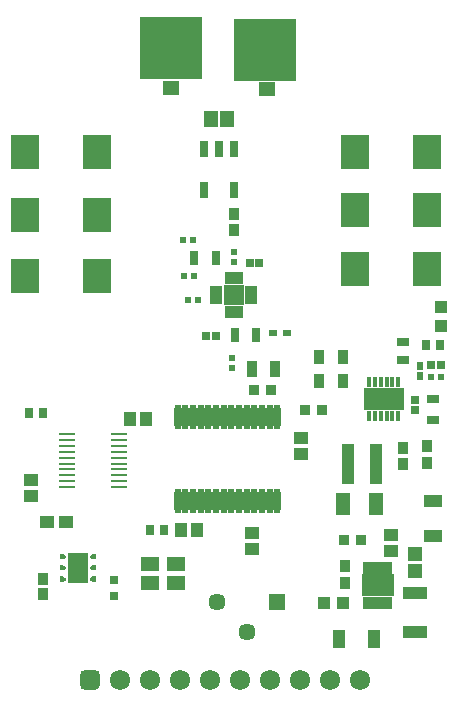
<source format=gts>
G04*
G04 #@! TF.GenerationSoftware,Altium Limited,Altium Designer,23.8.1 (32)*
G04*
G04 Layer_Color=8388736*
%FSLAX25Y25*%
%MOIN*%
G70*
G04*
G04 #@! TF.SameCoordinates,A9E98482-AA81-4C70-AF81-B552D0338214*
G04*
G04*
G04 #@! TF.FilePolarity,Negative*
G04*
G01*
G75*
%ADD18R,0.02985X0.03197*%
%ADD19R,0.03681X0.03788*%
%ADD20R,0.03740X0.05709*%
%ADD23R,0.02953X0.03543*%
%ADD25C,0.01595*%
%ADD26R,0.06890X0.09843*%
%ADD28R,0.05600X0.01100*%
%ADD31R,0.04469X0.04182*%
%ADD32R,0.03591X0.04453*%
%ADD33R,0.02756X0.02756*%
%ADD34R,0.08071X0.04331*%
%ADD35R,0.03765X0.04749*%
%ADD36R,0.09449X0.11417*%
%ADD42R,0.02500X0.02402*%
%ADD43R,0.03773X0.03961*%
%ADD46R,0.03937X0.02953*%
%ADD47R,0.04560X0.03985*%
%ADD48R,0.05339X0.04545*%
%ADD49R,0.03150X0.04724*%
%ADD50R,0.04545X0.05339*%
%ADD51R,0.02992X0.05512*%
%ADD52R,0.03858X0.13386*%
%ADD54R,0.02254X0.02423*%
%ADD55R,0.02423X0.02254*%
%ADD57R,0.04134X0.06299*%
%ADD58R,0.06299X0.04134*%
%ADD60R,0.04134X0.03150*%
%ADD61R,0.02047X0.02047*%
%ADD62R,0.02254X0.02517*%
%ADD65R,0.03950X0.03950*%
%ADD66R,0.04147X0.04737*%
%ADD67R,0.04737X0.04147*%
%ADD68O,0.02572X0.08280*%
%ADD69R,0.06312X0.04737*%
%ADD70R,0.13792X0.07493*%
%ADD71R,0.01784X0.03556*%
%ADD72R,0.06509X0.06509*%
%ADD73R,0.04147X0.01981*%
%ADD74R,0.01981X0.04147*%
%ADD75R,0.01981X0.03950*%
%ADD76R,0.10839X0.07690*%
%ADD77R,0.02965X0.02965*%
%ADD78R,0.02965X0.02965*%
%ADD79R,0.03005X0.02847*%
%ADD80R,0.04540X0.04147*%
%ADD81R,0.04934X0.04540*%
%ADD82R,0.04540X0.07493*%
%ADD83R,0.20800X0.20800*%
%ADD84R,0.05721X0.05721*%
%ADD85C,0.05721*%
%ADD86C,0.06784*%
G04:AMPARAMS|DCode=87|XSize=67.84mil|YSize=67.84mil|CornerRadius=18.96mil|HoleSize=0mil|Usage=FLASHONLY|Rotation=0.000|XOffset=0mil|YOffset=0mil|HoleType=Round|Shape=RoundedRectangle|*
%AMROUNDEDRECTD87*
21,1,0.06784,0.02992,0,0,0.0*
21,1,0.02992,0.06784,0,0,0.0*
1,1,0.03792,0.01496,-0.01496*
1,1,0.03792,-0.01496,-0.01496*
1,1,0.03792,-0.01496,0.01496*
1,1,0.03792,0.01496,0.01496*
%
%ADD87ROUNDEDRECTD87*%
%ADD88C,0.02769*%
G36*
X279600Y270771D02*
X279849Y270521D01*
X279984Y270196D01*
Y270020D01*
Y269844D01*
X279849Y269518D01*
X279600Y269269D01*
X279275Y269134D01*
X279098D01*
Y269134D01*
X278016D01*
Y270905D01*
X279275D01*
X279600Y270771D01*
D02*
G37*
G36*
Y274511D02*
X279849Y274262D01*
X279984Y273936D01*
Y273760D01*
Y273584D01*
X279849Y273258D01*
X279600Y273009D01*
X279275Y272874D01*
X278016D01*
Y274646D01*
X279275D01*
X279600Y274511D01*
D02*
G37*
G36*
Y278251D02*
X279849Y278002D01*
X279984Y277676D01*
Y277500D01*
Y277324D01*
X279849Y276998D01*
X279600Y276749D01*
X279275Y276614D01*
X278016D01*
Y278386D01*
X279098Y278386D01*
X279275D01*
X279600Y278251D01*
D02*
G37*
G36*
X290220Y269134D02*
X289138Y269134D01*
X288962D01*
X288636Y269269D01*
X288387Y269518D01*
X288252Y269844D01*
Y270020D01*
Y270196D01*
X288387Y270521D01*
X288636Y270771D01*
X288962Y270905D01*
X290220D01*
Y269134D01*
D02*
G37*
G36*
Y272874D02*
X288962D01*
X288636Y273009D01*
X288387Y273258D01*
X288252Y273584D01*
Y273760D01*
Y273936D01*
X288387Y274262D01*
X288636Y274511D01*
X288962Y274646D01*
X290220D01*
Y272874D01*
D02*
G37*
G36*
X289138Y278386D02*
X290220D01*
Y276614D01*
X288962D01*
X288636Y276749D01*
X288387Y276998D01*
X288252Y277324D01*
Y277500D01*
Y277676D01*
X288387Y278002D01*
X288636Y278251D01*
X288962Y278386D01*
X289138D01*
Y278386D01*
D02*
G37*
D18*
X404862Y348111D02*
D03*
X400122D02*
D03*
D19*
X359775Y326325D02*
D03*
X365408D02*
D03*
X342867Y333000D02*
D03*
X348500D02*
D03*
X372684Y283000D02*
D03*
X378316D02*
D03*
D20*
X349677Y340000D02*
D03*
X342000D02*
D03*
D23*
X308138Y286500D02*
D03*
X312862D02*
D03*
X272362Y325500D02*
D03*
X267638D02*
D03*
D25*
X289236Y270020D02*
D03*
X289321Y273760D02*
D03*
Y277500D02*
D03*
X279000D02*
D03*
X278916Y273760D02*
D03*
Y270020D02*
D03*
D26*
X284118Y273760D02*
D03*
D28*
X297650Y318358D02*
D03*
Y316390D02*
D03*
Y314421D02*
D03*
Y312453D02*
D03*
Y310484D02*
D03*
Y308516D02*
D03*
Y306547D02*
D03*
Y304579D02*
D03*
Y302610D02*
D03*
Y300642D02*
D03*
X280350D02*
D03*
Y302610D02*
D03*
Y304579D02*
D03*
Y306547D02*
D03*
Y308516D02*
D03*
Y310484D02*
D03*
Y312453D02*
D03*
Y314421D02*
D03*
Y316390D02*
D03*
Y318358D02*
D03*
D31*
X366080Y262000D02*
D03*
X372500D02*
D03*
D32*
X272500Y270000D02*
D03*
Y264956D02*
D03*
D33*
X296000Y264244D02*
D03*
Y269756D02*
D03*
D34*
X396500Y265500D02*
D03*
Y252508D02*
D03*
D35*
X364465Y336000D02*
D03*
X372535D02*
D03*
Y344000D02*
D03*
X364465D02*
D03*
D36*
X266492Y391500D02*
D03*
X290508D02*
D03*
X400508Y412500D02*
D03*
X376492D02*
D03*
X400508Y393000D02*
D03*
X376492D02*
D03*
X266492Y371000D02*
D03*
X290508D02*
D03*
X400508Y373500D02*
D03*
X376492D02*
D03*
X266492Y412500D02*
D03*
X290508D02*
D03*
D42*
X353850Y352000D02*
D03*
X349150D02*
D03*
D43*
X336000Y391760D02*
D03*
Y386240D02*
D03*
X373000Y268740D02*
D03*
Y274260D02*
D03*
X400579Y314323D02*
D03*
Y308803D02*
D03*
X392579Y308302D02*
D03*
Y313823D02*
D03*
D46*
X392500Y348953D02*
D03*
Y343047D02*
D03*
D47*
X273744Y289000D02*
D03*
X280256D02*
D03*
D48*
X315000Y433839D02*
D03*
Y439161D02*
D03*
X347000Y433339D02*
D03*
Y438661D02*
D03*
D49*
X343500Y351500D02*
D03*
X336413D02*
D03*
X322913Y377000D02*
D03*
X330000D02*
D03*
D50*
X333661Y423500D02*
D03*
X328339D02*
D03*
D51*
X326000Y399748D02*
D03*
X336000D02*
D03*
Y413252D02*
D03*
X331000D02*
D03*
X326000D02*
D03*
D52*
X383579Y308323D02*
D03*
X374248D02*
D03*
D54*
X336000Y379187D02*
D03*
Y375813D02*
D03*
X335500Y340313D02*
D03*
Y343687D02*
D03*
D55*
X322687Y371000D02*
D03*
X319313D02*
D03*
X324187Y363000D02*
D03*
X320813D02*
D03*
X322375Y383000D02*
D03*
X319000D02*
D03*
D57*
X371193Y250000D02*
D03*
X382807D02*
D03*
D58*
X402500Y296114D02*
D03*
Y284500D02*
D03*
D60*
Y330142D02*
D03*
Y322858D02*
D03*
D61*
X405000Y337500D02*
D03*
X401850D02*
D03*
D62*
X398079Y341103D02*
D03*
Y337823D02*
D03*
D65*
X405000Y360748D02*
D03*
Y354252D02*
D03*
D66*
X301343Y323500D02*
D03*
X306658D02*
D03*
X318342Y286500D02*
D03*
X323657D02*
D03*
D67*
X342000Y280185D02*
D03*
Y285500D02*
D03*
X358500Y311842D02*
D03*
Y317158D02*
D03*
X268500Y297843D02*
D03*
Y303157D02*
D03*
D68*
X317366Y296024D02*
D03*
X319925D02*
D03*
X322484D02*
D03*
X325043D02*
D03*
X327602D02*
D03*
X330161D02*
D03*
X332720D02*
D03*
X335279D02*
D03*
X337839D02*
D03*
X340398D02*
D03*
X342957D02*
D03*
X345516D02*
D03*
X348075D02*
D03*
X350634D02*
D03*
X317366Y323976D02*
D03*
X319925D02*
D03*
X322484D02*
D03*
X325043D02*
D03*
X327602D02*
D03*
X330161D02*
D03*
X332720D02*
D03*
X335279D02*
D03*
X337839D02*
D03*
X340398D02*
D03*
X342957D02*
D03*
X345516D02*
D03*
X348075D02*
D03*
X350634D02*
D03*
D69*
X308169Y268850D02*
D03*
X316831D02*
D03*
Y275150D02*
D03*
X308169D02*
D03*
D70*
X386000Y330031D02*
D03*
D71*
X390921Y335740D02*
D03*
X388953D02*
D03*
X386984D02*
D03*
X385016D02*
D03*
X383047D02*
D03*
X381079D02*
D03*
X390921Y324323D02*
D03*
X388953D02*
D03*
X386984D02*
D03*
X385016D02*
D03*
X383047D02*
D03*
X381079D02*
D03*
D72*
X336008Y364791D02*
D03*
D73*
X330299Y362784D02*
D03*
Y364791D02*
D03*
Y366799D02*
D03*
X341717D02*
D03*
Y364791D02*
D03*
Y362784D02*
D03*
D74*
X334000Y370500D02*
D03*
X336008D02*
D03*
X338016D02*
D03*
Y359083D02*
D03*
X336008D02*
D03*
X334000D02*
D03*
D75*
X387937Y273811D02*
D03*
X385968D02*
D03*
X384000D02*
D03*
X382031D02*
D03*
X380063D02*
D03*
Y262000D02*
D03*
X382031D02*
D03*
X384000D02*
D03*
X385968D02*
D03*
X387937D02*
D03*
D76*
X384000Y267905D02*
D03*
D77*
X405272Y341500D02*
D03*
X401728D02*
D03*
D78*
X396500Y329772D02*
D03*
Y326228D02*
D03*
D79*
X326965Y351000D02*
D03*
X330035D02*
D03*
X341500Y375500D02*
D03*
X344571D02*
D03*
D80*
X388500Y279500D02*
D03*
Y284815D02*
D03*
D81*
X396500Y272791D02*
D03*
Y278500D02*
D03*
D82*
X372488Y295000D02*
D03*
X383512D02*
D03*
D83*
X346500Y446500D02*
D03*
X315000Y447000D02*
D03*
D84*
X350500Y262500D02*
D03*
D85*
X340500Y252500D02*
D03*
X330500Y262500D02*
D03*
D86*
X358000Y236350D02*
D03*
X338000D02*
D03*
X298000D02*
D03*
X308000D02*
D03*
X318000D02*
D03*
X328000D02*
D03*
X348000D02*
D03*
X368000D02*
D03*
X378000D02*
D03*
D87*
X288000D02*
D03*
D88*
X389937Y332000D02*
D03*
Y328063D02*
D03*
X386000Y332000D02*
D03*
Y328063D02*
D03*
X382063Y332000D02*
D03*
Y328063D02*
D03*
M02*

</source>
